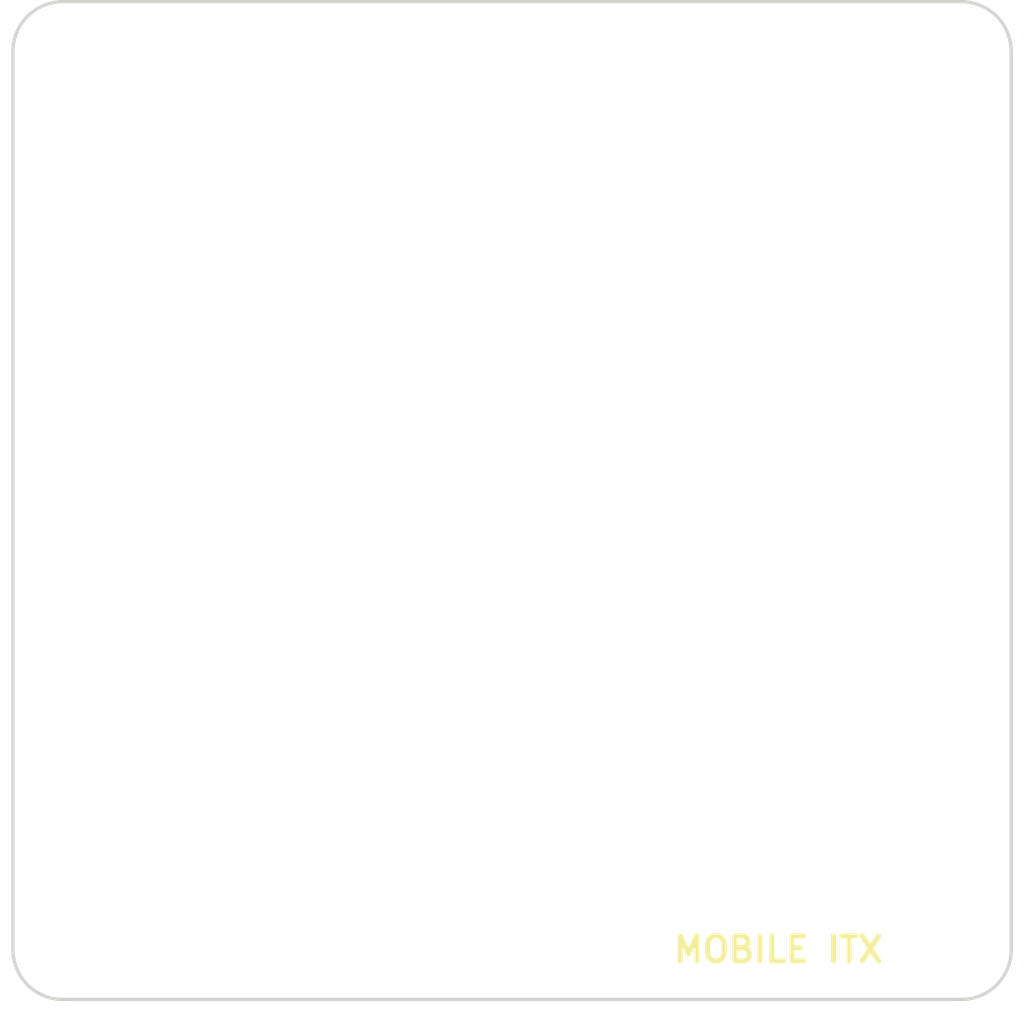
<source format=kicad_pcb>
(kicad_pcb (version 20171130) (host pcbnew 5.1.5-52549c5~84~ubuntu18.04.1)

  (general
    (thickness 1.6)
    (drawings 9)
    (tracks 0)
    (zones 0)
    (modules 4)
    (nets 1)
  )

  (page A4)
  (layers
    (0 F.Cu signal)
    (31 B.Cu signal)
    (32 B.Adhes user)
    (33 F.Adhes user)
    (34 B.Paste user)
    (35 F.Paste user)
    (36 B.SilkS user)
    (37 F.SilkS user)
    (38 B.Mask user)
    (39 F.Mask user)
    (40 Dwgs.User user)
    (41 Cmts.User user)
    (42 Eco1.User user)
    (43 Eco2.User user)
    (44 Edge.Cuts user)
    (45 Margin user)
    (46 B.CrtYd user)
    (47 F.CrtYd user)
    (48 B.Fab user)
    (49 F.Fab user)
  )

  (setup
    (last_trace_width 0.25)
    (trace_clearance 0.2)
    (zone_clearance 0.508)
    (zone_45_only no)
    (trace_min 0.2)
    (via_size 0.8)
    (via_drill 0.4)
    (via_min_size 0.4)
    (via_min_drill 0.3)
    (uvia_size 0.3)
    (uvia_drill 0.1)
    (uvias_allowed no)
    (uvia_min_size 0.2)
    (uvia_min_drill 0.1)
    (edge_width 0.05)
    (segment_width 0.2)
    (pcb_text_width 0.3)
    (pcb_text_size 1.5 1.5)
    (mod_edge_width 0.12)
    (mod_text_size 1 1)
    (mod_text_width 0.15)
    (pad_size 1.524 1.524)
    (pad_drill 0.762)
    (pad_to_mask_clearance 0.051)
    (solder_mask_min_width 0.25)
    (aux_axis_origin 0 0)
    (visible_elements FFFFFF7F)
    (pcbplotparams
      (layerselection 0x010fc_ffffffff)
      (usegerberextensions false)
      (usegerberattributes false)
      (usegerberadvancedattributes false)
      (creategerberjobfile false)
      (excludeedgelayer true)
      (linewidth 0.100000)
      (plotframeref false)
      (viasonmask false)
      (mode 1)
      (useauxorigin false)
      (hpglpennumber 1)
      (hpglpenspeed 20)
      (hpglpendiameter 15.000000)
      (psnegative false)
      (psa4output false)
      (plotreference true)
      (plotvalue true)
      (plotinvisibletext false)
      (padsonsilk false)
      (subtractmaskfromsilk false)
      (outputformat 1)
      (mirror false)
      (drillshape 1)
      (scaleselection 1)
      (outputdirectory ""))
  )

  (net 0 "")

  (net_class Default "This is the default net class."
    (clearance 0.2)
    (trace_width 0.25)
    (via_dia 0.8)
    (via_drill 0.4)
    (uvia_dia 0.3)
    (uvia_drill 0.1)
  )

  (module footprint-lib:MountingHole_3.5mm_M3,rpi_like locked (layer F.Cu) (tedit 5CD0070F) (tstamp 5E0689EC)
    (at 56.7 3.3)
    (descr "Mounting Hole 2.7mm, no annular, M2.5")
    (tags "mounting hole 2.7mm no annular m2.5")
    (path /5E0652B4)
    (attr virtual)
    (fp_text reference H4 (at 0 -3.7) (layer F.SilkS) hide
      (effects (font (size 1 1) (thickness 0.15)))
    )
    (fp_text value MOUNT_M3 (at 0 3.7) (layer F.Fab)
      (effects (font (size 1 1) (thickness 0.15)))
    )
    (fp_circle (center 0 0) (end 1.905 0) (layer B.Mask) (width 1.2))
    (fp_circle (center 0 0) (end 1.905 0) (layer F.Mask) (width 1.2))
    (fp_circle (center 0 0) (end 2.95 0) (layer F.CrtYd) (width 0.05))
    (fp_circle (center 0 0) (end 2.7 0) (layer Cmts.User) (width 0.15))
    (fp_text user %R (at 0.3 0) (layer F.Fab)
      (effects (font (size 1 1) (thickness 0.15)))
    )
    (pad "" np_thru_hole circle (at 0 0) (size 2.7 2.7) (drill 2.7) (layers *.Cu *.Mask)
      (solder_mask_margin 1.5) (clearance 1.5))
  )

  (module footprint-lib:MountingHole_3.5mm_M3,rpi_like locked (layer F.Cu) (tedit 5CD0070F) (tstamp 5E0689E2)
    (at 56.7 56.7)
    (descr "Mounting Hole 2.7mm, no annular, M2.5")
    (tags "mounting hole 2.7mm no annular m2.5")
    (path /5E0652AA)
    (attr virtual)
    (fp_text reference H3 (at 0 -3.7) (layer F.SilkS) hide
      (effects (font (size 1 1) (thickness 0.15)))
    )
    (fp_text value MOUNT_M3 (at 0 3.7) (layer F.Fab)
      (effects (font (size 1 1) (thickness 0.15)))
    )
    (fp_circle (center 0 0) (end 1.905 0) (layer B.Mask) (width 1.2))
    (fp_circle (center 0 0) (end 1.905 0) (layer F.Mask) (width 1.2))
    (fp_circle (center 0 0) (end 2.95 0) (layer F.CrtYd) (width 0.05))
    (fp_circle (center 0 0) (end 2.7 0) (layer Cmts.User) (width 0.15))
    (fp_text user %R (at 0.3 0) (layer F.Fab)
      (effects (font (size 1 1) (thickness 0.15)))
    )
    (pad "" np_thru_hole circle (at 0 0) (size 2.7 2.7) (drill 2.7) (layers *.Cu *.Mask)
      (solder_mask_margin 1.5) (clearance 1.5))
  )

  (module footprint-lib:MountingHole_3.5mm_M3,rpi_like locked (layer F.Cu) (tedit 5CD0070F) (tstamp 5E0689D8)
    (at 3.3 56.7)
    (descr "Mounting Hole 2.7mm, no annular, M2.5")
    (tags "mounting hole 2.7mm no annular m2.5")
    (path /5E064E47)
    (attr virtual)
    (fp_text reference H2 (at 0 -3.7) (layer F.SilkS) hide
      (effects (font (size 1 1) (thickness 0.15)))
    )
    (fp_text value MOUNT_M3 (at 0 3.7) (layer F.Fab)
      (effects (font (size 1 1) (thickness 0.15)))
    )
    (fp_circle (center 0 0) (end 1.905 0) (layer B.Mask) (width 1.2))
    (fp_circle (center 0 0) (end 1.905 0) (layer F.Mask) (width 1.2))
    (fp_circle (center 0 0) (end 2.95 0) (layer F.CrtYd) (width 0.05))
    (fp_circle (center 0 0) (end 2.7 0) (layer Cmts.User) (width 0.15))
    (fp_text user %R (at 0.3 0) (layer F.Fab)
      (effects (font (size 1 1) (thickness 0.15)))
    )
    (pad "" np_thru_hole circle (at 0 0) (size 2.7 2.7) (drill 2.7) (layers *.Cu *.Mask)
      (solder_mask_margin 1.5) (clearance 1.5))
  )

  (module footprint-lib:MountingHole_3.5mm_M3,rpi_like locked (layer F.Cu) (tedit 5CD0070F) (tstamp 5E0689CE)
    (at 3.3 3.3)
    (descr "Mounting Hole 2.7mm, no annular, M2.5")
    (tags "mounting hole 2.7mm no annular m2.5")
    (path /5E064CA3)
    (attr virtual)
    (fp_text reference H1 (at 0 -3.7) (layer F.SilkS) hide
      (effects (font (size 1 1) (thickness 0.15)))
    )
    (fp_text value MOUNT_M3 (at 0 3.7) (layer F.Fab)
      (effects (font (size 1 1) (thickness 0.15)))
    )
    (fp_circle (center 0 0) (end 1.905 0) (layer B.Mask) (width 1.2))
    (fp_circle (center 0 0) (end 1.905 0) (layer F.Mask) (width 1.2))
    (fp_circle (center 0 0) (end 2.95 0) (layer F.CrtYd) (width 0.05))
    (fp_circle (center 0 0) (end 2.7 0) (layer Cmts.User) (width 0.15))
    (fp_text user %R (at 0.3 0) (layer F.Fab)
      (effects (font (size 1 1) (thickness 0.15)))
    )
    (pad "" np_thru_hole circle (at 0 0) (size 2.7 2.7) (drill 2.7) (layers *.Cu *.Mask)
      (solder_mask_margin 1.5) (clearance 1.5))
  )

  (gr_text "MOBILE ITX" (at 46 57) (layer F.SilkS)
    (effects (font (size 1.5 1.5) (thickness 0.3)))
  )
  (gr_arc (start 57 3) (end 60 3) (angle -90) (layer Edge.Cuts) (width 0.2) (tstamp 5E068BA5))
  (gr_arc (start 57 57) (end 57 60) (angle -90) (layer Edge.Cuts) (width 0.2) (tstamp 5E068B9A))
  (gr_arc (start 3 57) (end 0 57) (angle -90) (layer Edge.Cuts) (width 0.2) (tstamp 5E068B8E))
  (gr_arc (start 3 3) (end 3 0) (angle -90) (layer Edge.Cuts) (width 0.2))
  (gr_line (start 57 60) (end 3 60) (layer Edge.Cuts) (width 0.2) (tstamp 5E068A5E))
  (gr_line (start 60 57) (end 60 3) (layer Edge.Cuts) (width 0.2) (tstamp 5E068A5D))
  (gr_line (start 0 3) (end 0 57) (layer Edge.Cuts) (width 0.2))
  (gr_line (start 3 0) (end 57 0) (layer Edge.Cuts) (width 0.2))

)

</source>
